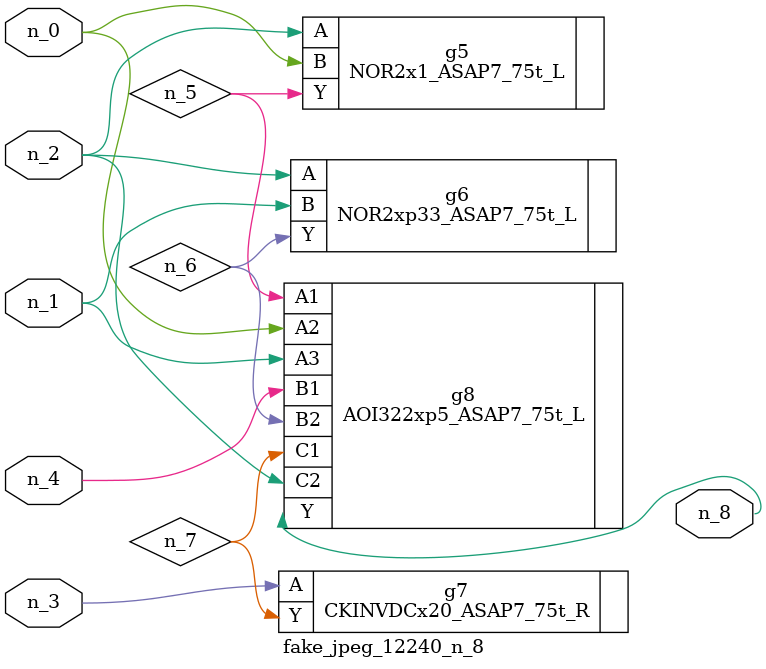
<source format=v>
module fake_jpeg_12240_n_8 (n_3, n_2, n_1, n_0, n_4, n_8);

input n_3;
input n_2;
input n_1;
input n_0;
input n_4;

output n_8;

wire n_6;
wire n_5;
wire n_7;

NOR2x1_ASAP7_75t_L g5 ( 
.A(n_2),
.B(n_0),
.Y(n_5)
);

NOR2xp33_ASAP7_75t_L g6 ( 
.A(n_2),
.B(n_1),
.Y(n_6)
);

CKINVDCx20_ASAP7_75t_R g7 ( 
.A(n_3),
.Y(n_7)
);

AOI322xp5_ASAP7_75t_L g8 ( 
.A1(n_5),
.A2(n_0),
.A3(n_1),
.B1(n_4),
.B2(n_6),
.C1(n_7),
.C2(n_2),
.Y(n_8)
);


endmodule
</source>
